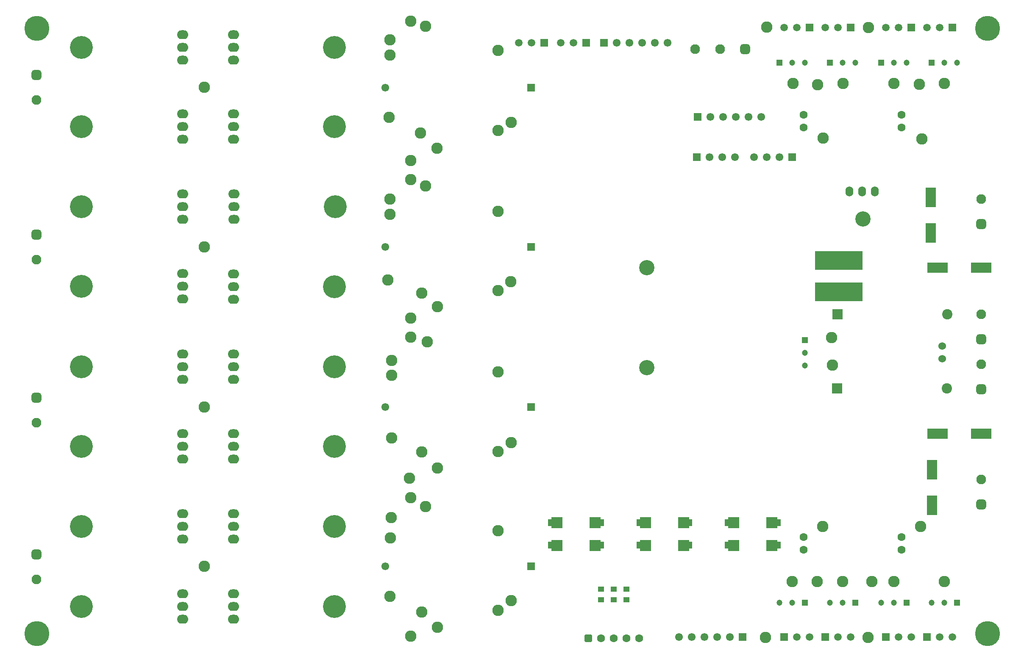
<source format=gbr>
%TF.GenerationSoftware,Altium Limited,Altium Designer,21.6.4 (81)*%
G04 Layer_Color=255*
%FSLAX43Y43*%
%MOMM*%
%TF.SameCoordinates,5D8205C6-A8A5-4108-8313-488A8EE5113E*%
%TF.FilePolarity,Positive*%
%TF.FileFunction,Pads,Top*%
%TF.Part,Single*%
G01*
G75*
%TA.AperFunction,SMDPad,CuDef*%
%ADD10R,9.500X3.750*%
%ADD11R,1.200X1.100*%
%ADD12R,2.108X1.397*%
%ADD13R,4.100X2.000*%
%ADD14R,2.000X4.000*%
%TA.AperFunction,ComponentPad*%
%ADD22O,2.286X1.778*%
%ADD23C,4.572*%
%ADD24C,1.550*%
%ADD25R,1.550X1.550*%
%ADD26C,3.048*%
%ADD27O,1.524X2.032*%
%ADD28C,2.286*%
%ADD29C,1.600*%
G04:AMPARAMS|DCode=30|XSize=1.6mm|YSize=1.6mm|CornerRadius=0.4mm|HoleSize=0mm|Usage=FLASHONLY|Rotation=0.000|XOffset=0mm|YOffset=0mm|HoleType=Round|Shape=RoundedRectangle|*
%AMROUNDEDRECTD30*
21,1,1.600,0.800,0,0,0.0*
21,1,0.800,1.600,0,0,0.0*
1,1,0.800,0.400,-0.400*
1,1,0.800,-0.400,-0.400*
1,1,0.800,-0.400,0.400*
1,1,0.800,0.400,0.400*
%
%ADD30ROUNDEDRECTD30*%
%ADD31R,2.286X2.286*%
%ADD32R,1.200X1.200*%
%ADD33C,1.200*%
G04:AMPARAMS|DCode=34|XSize=1.95mm|YSize=1.95mm|CornerRadius=0.488mm|HoleSize=0mm|Usage=FLASHONLY|Rotation=90.000|XOffset=0mm|YOffset=0mm|HoleType=Round|Shape=RoundedRectangle|*
%AMROUNDEDRECTD34*
21,1,1.950,0.975,0,0,90.0*
21,1,0.975,1.950,0,0,90.0*
1,1,0.975,0.488,0.488*
1,1,0.975,0.488,-0.488*
1,1,0.975,-0.488,-0.488*
1,1,0.975,-0.488,0.488*
%
%ADD34ROUNDEDRECTD34*%
%ADD35C,1.950*%
%ADD36R,2.057X2.057*%
%ADD37C,2.057*%
%ADD38C,1.500*%
%ADD39R,1.500X1.500*%
%ADD40C,1.524*%
G04:AMPARAMS|DCode=41|XSize=1.95mm|YSize=1.95mm|CornerRadius=0.488mm|HoleSize=0mm|Usage=FLASHONLY|Rotation=180.000|XOffset=0mm|YOffset=0mm|HoleType=Round|Shape=RoundedRectangle|*
%AMROUNDEDRECTD41*
21,1,1.950,0.975,0,0,180.0*
21,1,0.975,1.950,0,0,180.0*
1,1,0.975,-0.488,0.488*
1,1,0.975,0.488,0.488*
1,1,0.975,0.488,-0.488*
1,1,0.975,-0.488,-0.488*
%
%ADD41ROUNDEDRECTD41*%
%ADD42R,1.200X1.200*%
%TA.AperFunction,ViaPad*%
%ADD43C,5.000*%
D10*
X194945Y116255D02*
D03*
Y122505D02*
D03*
D11*
X152527Y56803D02*
D03*
Y54703D02*
D03*
X149987D02*
D03*
Y56803D02*
D03*
X147447Y54703D02*
D03*
Y56803D02*
D03*
D12*
X147041Y65583D02*
D03*
Y70053D02*
D03*
X137947D02*
D03*
Y65583D02*
D03*
X182347D02*
D03*
Y70053D02*
D03*
X173253D02*
D03*
Y65583D02*
D03*
X164694D02*
D03*
Y70053D02*
D03*
X155600D02*
D03*
Y65583D02*
D03*
D13*
X223393Y121031D02*
D03*
X214693D02*
D03*
X223393Y87884D02*
D03*
X214693D02*
D03*
D14*
X213614Y80633D02*
D03*
Y73533D02*
D03*
X213360Y128022D02*
D03*
Y135122D02*
D03*
D22*
X74041Y82804D02*
D03*
Y85344D02*
D03*
Y87884D02*
D03*
Y71882D02*
D03*
Y69342D02*
D03*
Y66802D02*
D03*
Y55880D02*
D03*
Y53340D02*
D03*
Y50800D02*
D03*
Y103759D02*
D03*
Y101219D02*
D03*
Y98679D02*
D03*
Y119761D02*
D03*
Y117221D02*
D03*
Y114681D02*
D03*
X74168Y135763D02*
D03*
Y133223D02*
D03*
Y130683D02*
D03*
X74041Y151765D02*
D03*
Y149225D02*
D03*
Y146685D02*
D03*
X63881Y50800D02*
D03*
Y53340D02*
D03*
Y55880D02*
D03*
Y66802D02*
D03*
Y69342D02*
D03*
Y71882D02*
D03*
Y82804D02*
D03*
Y85344D02*
D03*
Y87884D02*
D03*
Y98679D02*
D03*
Y101219D02*
D03*
Y103759D02*
D03*
Y114808D02*
D03*
Y117348D02*
D03*
Y119888D02*
D03*
Y130683D02*
D03*
Y133223D02*
D03*
Y135763D02*
D03*
Y146685D02*
D03*
Y149225D02*
D03*
Y151765D02*
D03*
X74041Y167640D02*
D03*
Y165100D02*
D03*
Y162560D02*
D03*
X63881D02*
D03*
Y165100D02*
D03*
Y167640D02*
D03*
D23*
X94234Y85344D02*
D03*
Y69342D02*
D03*
Y53340D02*
D03*
Y101219D02*
D03*
Y117221D02*
D03*
X94361Y133223D02*
D03*
X94234Y149225D02*
D03*
X43688Y53340D02*
D03*
Y69342D02*
D03*
Y85344D02*
D03*
Y101219D02*
D03*
Y117348D02*
D03*
Y133223D02*
D03*
Y149225D02*
D03*
X94234Y165100D02*
D03*
X43688D02*
D03*
D24*
X104367Y157022D02*
D03*
X163068Y47244D02*
D03*
X165608D02*
D03*
X168148D02*
D03*
X170688D02*
D03*
X173228D02*
D03*
X169291Y151176D02*
D03*
X171831D02*
D03*
X174371D02*
D03*
X176911D02*
D03*
X179451Y151176D02*
D03*
X174244Y143129D02*
D03*
X171704D02*
D03*
X169164D02*
D03*
X178054D02*
D03*
X180594D02*
D03*
X183134D02*
D03*
X150622Y165989D02*
D03*
X153162D02*
D03*
X155702D02*
D03*
X158242D02*
D03*
X160782D02*
D03*
X104367Y125222D02*
D03*
X104394Y93218D02*
D03*
X104367Y61341D02*
D03*
D25*
X133477Y157022D02*
D03*
X175768Y47244D02*
D03*
X166751Y151176D02*
D03*
X166624Y143129D02*
D03*
X185674D02*
D03*
X148082Y165989D02*
D03*
X133477Y125222D02*
D03*
X133504Y93218D02*
D03*
X133477Y61341D02*
D03*
D26*
X199771Y130810D02*
D03*
X156591Y121031D02*
D03*
Y101092D02*
D03*
D27*
X197104Y136271D02*
D03*
X199644D02*
D03*
X202184D02*
D03*
D28*
X129540Y150114D02*
D03*
X126873Y148463D02*
D03*
X185801Y157861D02*
D03*
X190754Y157607D02*
D03*
X195790Y157905D02*
D03*
X205994Y157861D02*
D03*
X211074Y157734D02*
D03*
X216027Y157861D02*
D03*
X180340Y47117D02*
D03*
X200787D02*
D03*
X191770Y69342D02*
D03*
X195707Y58293D02*
D03*
X190627D02*
D03*
X185674D02*
D03*
X201549D02*
D03*
X205994D02*
D03*
X216027D02*
D03*
X211328Y69342D02*
D03*
X193675Y101600D02*
D03*
X193548Y107061D02*
D03*
X211582Y146812D02*
D03*
X191833Y146974D02*
D03*
X180594Y169164D02*
D03*
X200914Y169037D02*
D03*
X105283Y163576D02*
D03*
X109474Y170307D02*
D03*
X112395Y169291D02*
D03*
X126873Y164465D02*
D03*
X105156Y151130D02*
D03*
X111379Y147955D02*
D03*
X114681Y144907D02*
D03*
X109474Y142494D02*
D03*
Y138684D02*
D03*
X112395Y137414D02*
D03*
X105283Y134747D02*
D03*
Y131699D02*
D03*
X126873Y116459D02*
D03*
X129413Y118237D02*
D03*
X104902Y118618D02*
D03*
X111633Y115951D02*
D03*
X114808Y113284D02*
D03*
X109474Y110998D02*
D03*
Y107188D02*
D03*
X112746Y106264D02*
D03*
X105664Y102489D02*
D03*
Y99568D02*
D03*
Y86995D02*
D03*
X111633Y84201D02*
D03*
X114808Y81026D02*
D03*
X109220Y78994D02*
D03*
X109474Y75057D02*
D03*
X112395Y73279D02*
D03*
X105537Y71120D02*
D03*
X105410Y67056D02*
D03*
X129540Y86106D02*
D03*
X126873Y84328D02*
D03*
Y68453D02*
D03*
Y52578D02*
D03*
X129540Y54483D02*
D03*
X109474Y47371D02*
D03*
X111633Y52197D02*
D03*
X114808Y49149D02*
D03*
X105283Y166624D02*
D03*
X126873Y132334D02*
D03*
X105283Y55372D02*
D03*
X68199Y61341D02*
D03*
Y125222D02*
D03*
X126873Y100203D02*
D03*
X68199Y93218D02*
D03*
Y157099D02*
D03*
D29*
X149987Y46990D02*
D03*
X147447D02*
D03*
X152527D02*
D03*
X155067D02*
D03*
X207518Y64643D02*
D03*
Y67183D02*
D03*
X187960Y64643D02*
D03*
Y67183D02*
D03*
Y151633D02*
D03*
Y149093D02*
D03*
X207518Y149098D02*
D03*
Y151638D02*
D03*
D30*
X144907Y46990D02*
D03*
D31*
X138684Y65532D02*
D03*
Y70104D02*
D03*
X146304D02*
D03*
Y65532D02*
D03*
X173990D02*
D03*
Y70104D02*
D03*
X181610D02*
D03*
Y65532D02*
D03*
X156337D02*
D03*
Y70104D02*
D03*
X163957D02*
D03*
Y65532D02*
D03*
D32*
X213487Y162052D02*
D03*
X203454Y162047D02*
D03*
X193167Y162052D02*
D03*
X183134D02*
D03*
X208534Y54102D02*
D03*
X218567D02*
D03*
X198247D02*
D03*
X188214D02*
D03*
D33*
X216027Y162052D02*
D03*
X218567D02*
D03*
X205994Y162047D02*
D03*
X208534D02*
D03*
X195707Y162052D02*
D03*
X198247D02*
D03*
X185674D02*
D03*
X188214D02*
D03*
X203454Y54102D02*
D03*
X205994D02*
D03*
X213487D02*
D03*
X216027D02*
D03*
X193167D02*
D03*
X195707D02*
D03*
X183134D02*
D03*
X185674D02*
D03*
X188209Y104013D02*
D03*
Y101473D02*
D03*
D34*
X223393Y106731D02*
D03*
Y96727D02*
D03*
Y73740D02*
D03*
Y129747D02*
D03*
X34679Y159599D02*
D03*
X34671Y127682D02*
D03*
X34679Y95083D02*
D03*
Y63714D02*
D03*
D35*
X223393Y111731D02*
D03*
Y101727D02*
D03*
Y78740D02*
D03*
Y134747D02*
D03*
X166243Y164719D02*
D03*
X171243D02*
D03*
X34679Y154599D02*
D03*
X34671Y122682D02*
D03*
X34679Y90083D02*
D03*
Y58714D02*
D03*
D36*
X194768Y111731D02*
D03*
X194640Y96901D02*
D03*
D37*
X216663Y111731D02*
D03*
X216535Y96901D02*
D03*
D38*
X217678Y47244D02*
D03*
X215138D02*
D03*
X209423D02*
D03*
X206883D02*
D03*
X189103D02*
D03*
X186563D02*
D03*
X197358D02*
D03*
X194818D02*
D03*
X215138Y169037D02*
D03*
X212598D02*
D03*
X206883D02*
D03*
X204343D02*
D03*
X194818Y169083D02*
D03*
X192278D02*
D03*
X186563D02*
D03*
X184023D02*
D03*
X139446Y166035D02*
D03*
X141986D02*
D03*
X131064Y165989D02*
D03*
X133604D02*
D03*
D39*
X212598Y47244D02*
D03*
X204343D02*
D03*
X184023D02*
D03*
X192278D02*
D03*
X217678Y169037D02*
D03*
X209423D02*
D03*
X197358Y169083D02*
D03*
X189103D02*
D03*
X144526Y166035D02*
D03*
X136144Y165989D02*
D03*
D40*
X215646Y105370D02*
D03*
Y102870D02*
D03*
D41*
X176243Y164719D02*
D03*
D42*
X188209Y106553D02*
D03*
D43*
X224663Y168910D02*
D03*
X34798D02*
D03*
X224663Y47879D02*
D03*
X34798D02*
D03*
%TF.MD5,7a66a20ff0ab509c1b2a8e6619cf051b*%
M02*

</source>
